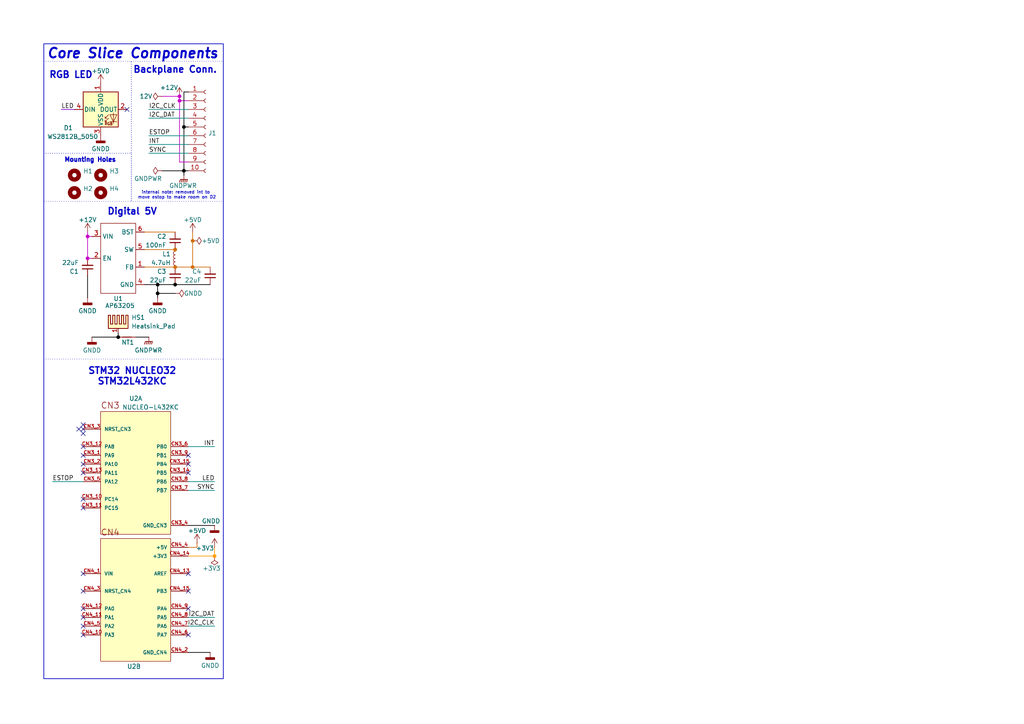
<source format=kicad_sch>
(kicad_sch (version 20250114) (generator "eeschema") (generator_version "9.0")
  (paper "A4")
  (lib_symbols
    (symbol "+12V_1" (power) (pin_numbers (hide yes)) (pin_names (offset 0) (hide yes))
      (property "Value" "+12V" (at 0 3.556 0))
      (symbol "+12V_1_0_1"
        (polyline (pts (xy -0.762 1.27) (xy 0 2.54)))
        (polyline (pts (xy 0 2.54) (xy 0.762 1.27)))
        (polyline (pts (xy 0 0) (xy 0 2.54)))
      )
      (symbol "+12V_1_1_1"
        (pin power_in line (at 0 0 90) (length 0) (name "~") (number "1"))
      )
    )
    (symbol "Connector:Conn_01x10_Female" (pin_names (offset 1.016) (hide yes))
      (property "Reference" "J" (at 0 12.7 0))
      (property "Value" "Conn_01x10_Female" (at 0 -15.24 0))
      (symbol "Conn_01x10_Female_1_1"
        (polyline (pts (xy -1.27 10.16) (xy -0.508 10.16)) (stroke (width 0.1524)))
        (polyline (pts (xy -1.27 7.62) (xy -0.508 7.62)) (stroke (width 0.1524)))
        (polyline (pts (xy -1.27 5.08) (xy -0.508 5.08)) (stroke (width 0.1524)))
        (polyline (pts (xy -1.27 2.54) (xy -0.508 2.54)) (stroke (width 0.1524)))
        (polyline (pts (xy -1.27 0) (xy -0.508 0)) (stroke (width 0.1524)))
        (polyline (pts (xy -1.27 -2.54) (xy -0.508 -2.54)) (stroke (width 0.1524)))
        (polyline (pts (xy -1.27 -5.08) (xy -0.508 -5.08)) (stroke (width 0.1524)))
        (polyline (pts (xy -1.27 -7.62) (xy -0.508 -7.62)) (stroke (width 0.1524)))
        (polyline (pts (xy -1.27 -10.16) (xy -0.508 -10.16)) (stroke (width 0.1524)))
        (polyline (pts (xy -1.27 -12.7) (xy -0.508 -12.7)) (stroke (width 0.1524)))
        (arc (start 0 9.652) (mid -0.5058 10.16) (end 0 10.668) (stroke (width 0.1524)))
        (arc (start 0 7.112) (mid -0.5058 7.62) (end 0 8.128) (stroke (width 0.1524)))
        (arc (start 0 4.572) (mid -0.5058 5.08) (end 0 5.588) (stroke (width 0.1524)))
        (arc (start 0 2.032) (mid -0.5058 2.54) (end 0 3.048) (stroke (width 0.1524)))
        (arc (start 0 -0.508) (mid -0.5058 0) (end 0 0.508) (stroke (width 0.1524)))
        (arc (start 0 -3.048) (mid -0.5058 -2.54) (end 0 -2.032) (stroke (width 0.1524)))
        (arc (start 0 -5.588) (mid -0.5058 -5.08) (end 0 -4.572) (stroke (width 0.1524)))
        (arc (start 0 -8.128) (mid -0.5058 -7.62) (end 0 -7.112) (stroke (width 0.1524)))
        (arc (start 0 -10.668) (mid -0.5058 -10.16) (end 0 -9.652) (stroke (width 0.1524)))
        (arc (start 0 -13.208) (mid -0.5058 -12.7) (end 0 -12.192) (stroke (width 0.1524)))
        (pin passive line (at -5.08 10.16 0) (length 3.81) (name "Pin_1") (number "1"))
        (pin passive line (at -5.08 7.62 0) (length 3.81) (name "Pin_2") (number "2"))
        (pin passive line (at -5.08 5.08 0) (length 3.81) (name "Pin_3") (number "3"))
        (pin passive line (at -5.08 2.54 0) (length 3.81) (name "Pin_4") (number "4"))
        (pin passive line (at -5.08 0 0) (length 3.81) (name "Pin_5") (number "5"))
        (pin passive line (at -5.08 -2.54 0) (length 3.81) (name "Pin_6") (number "6"))
        (pin passive line (at -5.08 -5.08 0) (length 3.81) (name "Pin_7") (number "7"))
        (pin passive line (at -5.08 -7.62 0) (length 3.81) (name "Pin_8") (number "8"))
        (pin passive line (at -5.08 -10.16 0) (length 3.81) (name "Pin_9") (number "9"))
        (pin passive line (at -5.08 -12.7 0) (length 3.81) (name "Pin_10") (number "10"))
      )
    )
    (symbol "Device:C_Small" (pin_numbers (hide yes)) (pin_names (offset 0.254) (hide yes))
      (property "Reference" "C" (at 0.254 1.778 0))
      (property "Value" "C_Small" (at 0.254 -2.032 0))
      (symbol "C_Small_0_1"
        (polyline (pts (xy -1.524 0.508) (xy 1.524 0.508)) (stroke (width 0.3048)))
        (polyline (pts (xy -1.524 -0.508) (xy 1.524 -0.508)) (stroke (width 0.3302)))
      )
      (symbol "C_Small_1_1"
        (pin passive line (at 0 2.54 270) (length 2.032) (name "~") (number "1"))
        (pin passive line (at 0 -2.54 90) (length 2.032) (name "~") (number "2"))
      )
    )
    (symbol "Device:L_Small" (pin_numbers (hide yes)) (pin_names (offset 0.254) (hide yes))
      (property "Reference" "L" (at 0.762 1.016 0))
      (property "Value" "L_Small" (at 0.762 -1.016 0))
      (symbol "L_Small_0_1"
        (arc (start 0 2.032) (mid 0.5058 1.524) (end 0 1.016))
        (arc (start 0 1.016) (mid 0.5058 0.508) (end 0 0))
        (arc (start 0 0) (mid 0.5058 -0.508) (end 0 -1.016))
        (arc (start 0 -1.016) (mid 0.5058 -1.524) (end 0 -2.032))
      )
      (symbol "L_Small_1_1"
        (pin passive line (at 0 2.54 270) (length 0.508) (name "~") (number "1"))
        (pin passive line (at 0 -2.54 90) (length 0.508) (name "~") (number "2"))
      )
    )
    (symbol "Device:NetTie_2" (pin_numbers (hide yes)) (pin_names (offset 0) (hide yes)) (in_bom no)
      (property "Reference" "NT" (at 0 1.27 0))
      (property "Value" "NetTie_2" (at 0 -1.27 0))
      (symbol "NetTie_2_0_1"
        (polyline (pts (xy -1.27 0) (xy 1.27 0)) (stroke (width 0.254)))
      )
      (symbol "NetTie_2_1_1"
        (pin passive line (at -2.54 0 0) (length 2.54) (name "1") (number "1"))
        (pin passive line (at 2.54 0 180) (length 2.54) (name "2") (number "2"))
      )
    )
    (symbol "Mechanical:Heatsink_Pad" (pin_names (offset 0))
      (property "Reference" "HS" (at 0 5.715 0))
      (property "Value" "Heatsink_Pad" (at 0 3.81 0))
      (symbol "Heatsink_Pad_0_1"
        (polyline (pts (xy -0.3302 0) (xy -0.9652 0) (xy -0.9652 2.54) (xy -1.6002 2.54) (xy -1.6002 0) (xy -2.2352 0) (xy -2.2352 2.54) (xy -2.8702 2.54) (xy -2.8702 -1.27) (xy -0.9652 -1.27)) (stroke (width 0.254)) (fill (type background)))
        (polyline (pts (xy -0.3302 0) (xy -0.3302 2.54) (xy 0.3048 2.54) (xy 0.3048 0) (xy 0.9398 0) (xy 0.9398 2.54) (xy 1.5748 2.54) (xy 1.5748 0) (xy 2.2098 0) (xy 2.2098 2.54) (xy 2.8448 2.54) (xy 2.8448 -1.27) (xy -0.9652 -1.27)) (stroke (width 0.254)) (fill (type background)))
      )
      (symbol "Heatsink_Pad_1_1"
        (pin passive line (at 0 -2.54 90) (length 1.27) (name "~") (number "1"))
      )
    )
    (symbol "Mechanical:MountingHole" (pin_names (offset 1.016))
      (property "Reference" "H" (at 0 5.08 0))
      (property "Value" "MountingHole" (at 0 3.175 0))
      (symbol "MountingHole_0_1"
        (circle (center 0 0) (radius 1.27) (stroke (width 1.27)))
      )
    )
    (symbol "SparkFun-DiscreteSemi:AP63205"
      (property "Reference" "U" (at 0 7.62 0))
      (symbol "AP63205_0_1"
        (rectangle (start -5.08 6.35) (end 5.08 -13.97))
      )
      (symbol "AP63205_1_1"
        (pin input line (at -7.62 2.54 0) (length 2.54) (name "VIN") (number "3"))
        (pin input line (at -7.62 -3.81 0) (length 2.54) (name "EN") (number "2"))
        (pin input line (at 7.62 3.81 180) (length 2.54) (name "BST") (number "6"))
        (pin input line (at 7.62 -1.27 180) (length 2.54) (name "SW") (number "5"))
        (pin input line (at 7.62 -6.35 180) (length 2.54) (name "FB") (number "1"))
        (pin input line (at 7.62 -11.43 180) (length 2.54) (name "GND") (number "4"))
      )
    )
    (symbol "WS2812B_5050_1" (pin_names (offset 0.254))
      (property "Reference" "D" (at 5.08 5.715 0))
      (property "Value" "WS2812B_5050" (at 1.27 -5.715 0))
      (symbol "WS2812B_5050_1_0_0"
        (text "RGB" (at 2.286 -4.191 0) (effects (font (size 0.762 0.762))))
      )
      (symbol "WS2812B_5050_1_0_1"
        (polyline (pts (xy 1.27 -2.54) (xy 1.778 -2.54)))
        (polyline (pts (xy 1.27 -3.556) (xy 1.778 -3.556)))
        (polyline (pts (xy 2.286 -1.524) (xy 1.27 -2.54) (xy 1.27 -2.032)))
        (polyline (pts (xy 2.286 -2.54) (xy 1.27 -3.556) (xy 1.27 -3.048)))
        (polyline (pts (xy 3.683 -1.016) (xy 3.683 -3.556) (xy 3.683 -4.064)))
        (polyline (pts (xy 4.699 -1.524) (xy 2.667 -1.524) (xy 3.683 -3.556) (xy 4.699 -1.524)))
        (polyline (pts (xy 4.699 -3.556) (xy 2.667 -3.556)))
        (rectangle (start 5.08 5.08) (end -5.08 -5.08) (stroke (width 0.254)) (fill (type background)))
      )
      (symbol "WS2812B_5050_1_1_1"
        (pin input line (at -7.62 0 0) (length 2.54) (name "DIN") (number "4"))
        (pin power_in line (at 0 7.62 270) (length 2.54) (name "VDD") (number "1"))
        (pin power_in line (at 0 -7.62 90) (length 2.54) (name "VSS") (number "3"))
        (pin output line (at 7.62 0 180) (length 2.54) (name "DOUT") (number "2"))
      )
    )
    (symbol "kml-custom:NUCLEO-L432KC" (pin_names (offset 1.016))
      (property "Reference" "U" (at -10.16 21.082 0))
      (property "Value" "NUCLEO-L432KC" (at -10.16 -20.32 0))
      (symbol "NUCLEO-L432KC_1_0"
        (rectangle (start -10.16 -17.78) (end 10.16 17.78) (stroke (width 0.1524)) (fill (type background)))
        (text "CN3" (at -10.16 18.542 0) (effects (font (size 1.778 1.778)) (justify left bottom)))
        (pin bidirectional line (at -15.24 12.7 0) (length 5.08) (name "NRST_CN3") (number "CN3_3"))
        (pin bidirectional line (at -15.24 7.62 0) (length 5.08) (name "PA8") (number "CN3_12"))
        (pin bidirectional line (at -15.24 5.08 0) (length 5.08) (name "PA9") (number "CN3_1"))
        (pin bidirectional line (at -15.24 2.54 0) (length 5.08) (name "PA10") (number "CN3_2"))
        (pin bidirectional line (at -15.24 0 0) (length 5.08) (name "PA11") (number "CN3_13"))
        (pin bidirectional line (at -15.24 -2.54 0) (length 5.08) (name "PA12") (number "CN3_5"))
        (pin bidirectional line (at -15.24 -7.62 0) (length 5.08) (name "PC14") (number "CN3_10"))
        (pin bidirectional line (at -15.24 -10.16 0) (length 5.08) (name "PC15") (number "CN3_11"))
        (pin bidirectional line (at 15.24 7.62 180) (length 5.08) (name "PB0") (number "CN3_6"))
        (pin bidirectional line (at 15.24 5.08 180) (length 5.08) (name "PB1") (number "CN3_9"))
        (pin bidirectional line (at 15.24 2.54 180) (length 5.08) (name "PB4") (number "CN3_15"))
        (pin bidirectional line (at 15.24 0 180) (length 5.08) (name "PB5") (number "CN3_14"))
        (pin bidirectional line (at 15.24 -2.54 180) (length 5.08) (name "PB6") (number "CN3_8"))
        (pin bidirectional line (at 15.24 -5.08 180) (length 5.08) (name "PB7") (number "CN3_7"))
        (pin power_in line (at 15.24 -15.24 180) (length 5.08) (name "GND_CN3") (number "CN3_4"))
      )
      (symbol "NUCLEO-L432KC_2_0"
        (rectangle (start -10.16 -17.78) (end 10.16 17.78) (stroke (width 0.1524)) (fill (type background)))
        (text "CN4" (at -10.16 18.542 0) (effects (font (size 1.778 1.778)) (justify left bottom)))
        (pin input line (at -15.24 7.62 0) (length 5.08) (name "VIN") (number "CN4_1"))
        (pin bidirectional line (at -15.24 2.54 0) (length 5.08) (name "NRST_CN4") (number "CN4_3"))
        (pin bidirectional line (at -15.24 -2.54 0) (length 5.08) (name "PA0") (number "CN4_12"))
        (pin bidirectional line (at -15.24 -5.08 0) (length 5.08) (name "PA1") (number "CN4_11"))
        (pin bidirectional line (at -15.24 -7.62 0) (length 5.08) (name "PA2") (number "CN4_5"))
        (pin bidirectional line (at -15.24 -10.16 0) (length 5.08) (name "PA3") (number "CN4_10"))
        (pin power_in line (at 15.24 15.24 180) (length 5.08) (name "+5V") (number "CN4_4"))
        (pin power_in line (at 15.24 12.7 180) (length 5.08) (name "+3V3") (number "CN4_14"))
        (pin bidirectional line (at 15.24 7.62 180) (length 5.08) (name "AREF") (number "CN4_13"))
        (pin bidirectional line (at 15.24 2.54 180) (length 5.08) (name "PB3") (number "CN4_15"))
        (pin bidirectional line (at 15.24 -2.54 180) (length 5.08) (name "PA4") (number "CN4_9"))
        (pin bidirectional line (at 15.24 -5.08 180) (length 5.08) (name "PA5") (number "CN4_8"))
        (pin bidirectional line (at 15.24 -7.62 180) (length 5.08) (name "PA6") (number "CN4_7"))
        (pin bidirectional line (at 15.24 -10.16 180) (length 5.08) (name "PA7") (number "CN4_6"))
        (pin power_in line (at 15.24 -15.24 180) (length 5.08) (name "GND_CN4") (number "CN4_2"))
      )
    )
    (symbol "power:+12V" (power) (pin_names (offset 0))
      (property "Value" "+12V" (at 0 3.556 0))
      (symbol "+12V_0_1"
        (polyline (pts (xy -0.762 1.27) (xy 0 2.54)))
        (polyline (pts (xy 0 2.54) (xy 0.762 1.27)))
        (polyline (pts (xy 0 0) (xy 0 2.54)))
      )
      (symbol "+12V_1_1"
        (pin power_in line (at 0 0 90) (length 0) (hide yes) (name "+12V") (number "1"))
      )
    )
    (symbol "power:+3V3" (power) (pin_numbers (hide yes)) (pin_names (offset 0) (hide yes))
      (property "Value" "+3V3" (at 0 3.556 0))
      (symbol "+3V3_0_1"
        (polyline (pts (xy -0.762 1.27) (xy 0 2.54)))
        (polyline (pts (xy 0 2.54) (xy 0.762 1.27)))
        (polyline (pts (xy 0 0) (xy 0 2.54)))
      )
      (symbol "+3V3_1_1"
        (pin power_in line (at 0 0 90) (length 0) (name "~") (number "1"))
      )
    )
    (symbol "power:+5VD" (power) (pin_numbers (hide yes)) (pin_names (offset 0) (hide yes))
      (property "Value" "+5VD" (at 0 3.556 0))
      (symbol "+5VD_0_1"
        (polyline (pts (xy -0.762 1.27) (xy 0 2.54)))
        (polyline (pts (xy 0 2.54) (xy 0.762 1.27)))
        (polyline (pts (xy 0 0) (xy 0 2.54)))
      )
      (symbol "+5VD_1_1"
        (pin power_in line (at 0 0 90) (length 0) (name "~") (number "1"))
      )
    )
    (symbol "power:GNDD" (power) (pin_numbers (hide yes)) (pin_names (offset 0) (hide yes))
      (property "Value" "GNDD" (at 0 -3.175 0))
      (symbol "GNDD_0_1"
        (rectangle (start -1.27 -1.524) (end 1.27 -2.032) (stroke (width 0.254)) (fill (type outline)))
        (polyline (pts (xy 0 0) (xy 0 -1.524)))
      )
      (symbol "GNDD_1_1"
        (pin power_in line (at 0 0 270) (length 0) (name "~") (number "1"))
      )
    )
    (symbol "power:GNDPWR" (power) (pin_numbers (hide yes)) (pin_names (offset 0) (hide yes))
      (property "Value" "GNDPWR" (at 0 -3.302 0))
      (symbol "GNDPWR_0_1"
        (polyline (pts (xy -1.016 -1.27) (xy -1.27 -2.032) (xy -1.27 -2.032)) (stroke (width 0.2032)))
        (polyline (pts (xy -0.508 -1.27) (xy -0.762 -2.032) (xy -0.762 -2.032)) (stroke (width 0.2032)))
        (polyline (pts (xy 0 -1.27) (xy 0 0)))
        (polyline (pts (xy 0 -1.27) (xy -0.254 -2.032) (xy -0.254 -2.032)) (stroke (width 0.2032)))
        (polyline (pts (xy 0.508 -1.27) (xy 0.254 -2.032) (xy 0.254 -2.032)) (stroke (width 0.2032)))
        (polyline (pts (xy 1.016 -1.27) (xy -1.016 -1.27) (xy -1.016 -1.27)) (stroke (width 0.2032)))
        (polyline (pts (xy 1.016 -1.27) (xy 0.762 -2.032) (xy 0.762 -2.032) (xy 0.762 -2.032)) (stroke (width 0.2032)))
      )
      (symbol "GNDPWR_1_1"
        (pin power_in line (at 0 0 270) (length 0) (name "~") (number "1"))
      )
    )
    (symbol "power:PWR_FLAG" (power) (pin_numbers (hide yes)) (pin_names (offset 0) (hide yes))
      (property "Value" "PWR_FLAG" (at 0 3.81 0))
      (symbol "PWR_FLAG_0_0"
        (pin power_out line (at 0 0 90) (length 0) (name "~") (number "1"))
      )
      (symbol "PWR_FLAG_0_1"
        (polyline (pts (xy 0 0) (xy 0 1.27) (xy -1.016 1.905) (xy 0 2.54) (xy 1.016 1.905) (xy 0 1.27)))
      )
    )
  )
  (rectangle (start 38.1 17.78) (end 64.77 58.42) (stroke (width 0) (type dot)))
  (rectangle (start 12.7 104.14) (end 64.77 196.85) (stroke (width 0) (type dot)))
  (rectangle (start 12.7 44.45) (end 38.1 58.42) (stroke (width 0) (type dot)))
  (rectangle (start 12.7 17.78) (end 38.1 44.45) (stroke (width 0) (type dot)))
  (rectangle (start 12.7 12.7) (end 64.77 196.85) (stroke (width 0.2032)))
  (text "ON\n\n\n\nOFF\n\n\n\nON\n\n\n\n\nON\n\n\n\nON\n\n\n\nON\n\n\n\nOFF\n\n\n\n\n\n\nOFF" (at -164.846 84.836 0) (effects (font (size 1.905 1.905) (thickness 0.4826) (bold yes)) (justify right top)))
  (text "internal note: removed int to \nmove estop to make room on D2" (at 51.308 56.642 0) (effects (font (size 0.889 0.889))))
  (text "Backplane Conn." (at 50.8 20.32 0) (effects (font (size 1.905 1.905) (thickness 0.381) (bold yes))))
  (text "Color Scheme Legend:\n----------------------------------------------------------\ncolor		-	value		-	reference\n----------------------------------------------------------\n• Red		-	red3		-	Analog 5V Supply (e.g., for amps, ADC, references)\n• Brown		-	orange1		-	Analog Ground (sensor/amp/ADC ground)\n• Orange	-	orange3		-	Digital 5V Supply (MCU, digital circuits)\n• Black		-	black		-	Digital Ground (MCU ground)\n• Pink		-	magenta3	-	12V Source Supply (from 12V rail on backplane)\n• Blue		-	blue3		-	Clock Signals (oscillator, ADC CLKIN, SPI SCLK)\n• Green		-	green3		-	Analog Signals (amp outputs to ADC + inputs)\n• Yellow	-	yellow3		-	SPI Control (CS, SYNC/RESET, etc.)\n• Purple	-	#A020F0		-	Special/Reference/Control Signals\n• Grey		-	gray2		-	Miscellaneous/Unassigned\n• Teal		-	cyan2		-	Template/Backplane Connections\n----------------------------------------------------------" (at 10.16 -29.464 0) (effects (font (size 1.905 1.905)) (justify left)))
  (text "Core Slice Components" (at 13.462 17.272 0) (effects (font (size 2.794 2.794) (thickness 0.5588) (bold yes) (italic yes)) (justify left bottom)))
  (text "SB10 (VREF+)\n  - ON:  VREF+ on STM32 is connected to VDD.\n  - OFF: VREF+ on STM32 is not connected to VDD and it is provided by pin 13 of CN4.\n\nSB15 (LD3-LED)\n  - ON:  Green user LED LD3 is connected to D13 of ARDUINO® Nano signal.\n  - OFF: Green user LED LD3 is not connected.\n\nSB9 (NRST)\n  - ON:  The NRST signal of ST-LINK is connected to the NRST pin of the STM32.\n  - OFF: The NRST signal of ST-LINK is not connected to the NRST pin of the STM32,\n         when using external power (+3V3, +5 V) as power supply.\n\nSB11 (PB2/VSS)\n  - ON:  Pin 16 of STM32 (U2) is connected to VSS.\n  - OFF: Pin 16 of STM32 (U2) is not connected to VSS and is used as GPIO PB2 for STM32F031.\n\nSB13 (PB8/VSS)\n  - ON:  Pin 32 of STM32 (U2) is connected to VSS.\n  - OFF: Pin 32 of STM32 (U2) is not connected to VSS and is used as GPIO PB8 for STM32F031.\n\nSB12 (PB8/BOOT0)\n  - ON:  Pin 31 of STM32 (U2) is connected to GND via 10K pull-down and used as BOOT0.\n  - OFF: Pin 16 of STM32 (U2) is not connected and is GPIO PB8 for STM32F042.\n\nSB16\n  - ON:  STM32 PB6 is connected to CN4 pin 7 for I²C SCL support on ARDUINO® Nano A5.\n         In such case, STM32 PB6 does not support ARDUINO® Nano D5 and PA6 must be\n         configured as input floating.\n  - OFF: CN4 pin 7 is used as ARDUINO® Nano analog input A5 without I²C support and\n         CN3 pin 8 is available as ARDUINO® Nano D5.\n\nSB18\n  - ON:  STM32 PB7 is connected to CN4 pin 8 for I²C SDA support on ARDUINO® Nano A4.\n         In such case, STM32 PB7 does not support ARDUINO® Nano D4 and PA5 must be\n         configured as input floating.\n  - OFF: CN4 pin 8 is used as ARDUINO® Nano analog input A4 without I²C support and\n         CN3 pin 7 is available as ARDUINO® Nano D4.\n" (at -161.798 84.582 0) (effects (font (size 1.905 1.905)) (justify left top)))
  (text "Digital 5V" (at 38.354 61.468 0) (effects (font (size 1.905 1.905) (thickness 0.381) (bold yes))))
  (text "STM32 NUCLEO32\nSTM32L432KC" (at 38.354 109.22 0) (effects (font (size 1.905 1.905) (thickness 0.381) (bold yes))))
  (text "Pinout Details: STM32 Nucleo-32 L432KC\n-------------------------------------------------------------------------------------\nPin			| Function									| Notes\n-------------------------------------------------------------------------------------\nVIN			| External Supply Input						| 7-12V input via CN4 pin 1; powers onboard 3.3V regulator\nGND			| Ground									| Ground reference (multiple available)\nNRST		| Reset Input								| Active LOW; internally pulled-up; can reset MCU externally\n3.3V		| Regulated 3.3V Output						| Output from regulator; ~500 mA max\nA0 (PA0)	| Analog Input, Digital I/O					| ADC12_IN5\nA1 (PA1)	| Analog Input, Digital I/O					| ADC12_IN6\nA2 (PA3)	| Analog Input, Digital I/O					| ADC12_IN8\nA3 (PA4)	| Analog Input, Digital I/O					| ADC12_IN9\nA4 (PA5)	| Analog Input, I2C1_SDA, Digital I/O		| ADC12_IN10; shared with I2C\nA5 (PA6)	| Analog Input, I2C1_SCL, Digital I/O		| ADC12_IN11; shared with I2C\nA6 (PA7)	| Analog Input, Digital I/O					| ADC12_IN12\nA7 (PA2)	| Analog Input, Digital I/O					| ADC12_IN7; shared with VCP_TX if SB2 ON\nD13 (PB3)	| Digital I/O, SPI1_SCK						| Connected to green user LED (LD3)\nD12 (PB4)	| Digital I/O, SPI1_MISO					| -\nD11 (PB5)	| Digital I/O, SPI1_MOSI					| No PWM on D11\nD10 (PA11)	| Digital I/O, TIM1_CH4, SPI_CS				| SPI chip select via GPIO\nD9 (PA8)	| Digital I/O, TIM1_CH1						| -\nD8 (PC15)	| Digital I/O, OSC_OUT						| Shared with LSE oscillator\nD7 (PC14)	| Digital I/O, OSC_IN						| Shared with LSE oscillator\nD6 (PB1)	| Digital I/O, TIM1_CH3N					| PWM (inverted)\nD5 (PB6)	| Digital I/O, TIM16_CH1N					| PWM (inverted); shared with I2C SCL if SB16 ON\nD4 (PB7)	| Digital I/O								| Shared with I2C SDA if SB18 ON\nD3 (PB0)	| Digital I/O, TIM1_CH2N					| PWM (inverted)\nD2 (PA12)	| Digital I/O								| -\nD1 (PA9)	| USART1 TX									| Connected to ST-LINK VCP_TX (shared)\nD0 (PA10)	| USART1 RX									| Connected to ST-LINK VCP_RX\nAREF		| Analog Reference							| Tied to AVDD internally\n+5V			| 5V Power (in/out)							| From USB (output) or external (input) via CN4 pin 4\nGND			| Ground									| Additional ground pin\n-------------------------------------------------------------------------------------" (at -0.508 261.112 0) (effects (font (size 1.651 1.651)) (justify left)))
  (text "RGB LED" (at 20.574 21.844 0) (effects (font (size 1.905 1.905) (thickness 0.381) (bold yes))))
  (text "Mounting Holes" (at 26.162 46.482 0) (effects (font (size 1.27 1.27) (thickness 0.3302) (bold yes))))
  (junction (at 53.34 36.83) (color 0 0 0 1))
  (junction (at 55.88 69.85) (color 204 102 0 1))
  (junction (at 25.4 74.93) (color 194 0 194 1))
  (junction (at 34.29 97.79) (color 0 0 0 1))
  (junction (at 55.88 77.47) (color 204 102 0 1))
  (junction (at 50.8 72.39) (color 204 102 0 1))
  (junction (at 53.34 49.53) (color 0 0 0 1))
  (junction (at 45.72 85.09) (color 0 0 0 1))
  (junction (at 52.07 27.94) (color 194 0 194 1))
  (junction (at 25.4 68.58) (color 194 0 194 1))
  (junction (at 50.8 77.47) (color 204 102 0 1))
  (junction (at 52.07 29.21) (color 194 0 194 1))
  (junction (at 45.72 82.55) (color 0 0 0 1))
  (junction (at 62.23 161.29) (color 255 153 0 1))
  (junction (at 50.8 82.55) (color 0 0 0 1))
  (no_connect (at 24.13 181.61))
  (no_connect (at 24.13 137.16))
  (no_connect (at 54.61 184.15))
  (no_connect (at 22.86 124.46))
  (no_connect (at 24.13 129.54))
  (no_connect (at 24.13 144.78))
  (no_connect (at 54.61 166.37))
  (no_connect (at 24.13 166.37))
  (no_connect (at 54.61 176.53))
  (no_connect (at 54.61 137.16))
  (no_connect (at 24.13 134.62))
  (no_connect (at 36.83 31.75))
  (no_connect (at 24.13 184.15))
  (no_connect (at 24.13 132.08))
  (no_connect (at 24.13 123.19))
  (no_connect (at 24.13 124.46))
  (no_connect (at 24.13 147.32))
  (no_connect (at 24.13 179.07))
  (no_connect (at 54.61 134.62))
  (no_connect (at 54.61 132.08))
  (no_connect (at 24.13 176.53))
  (no_connect (at 24.13 125.73))
  (no_connect (at 54.61 171.45))
  (no_connect (at 24.13 171.45))
  (wire (pts (xy 15.24 139.7) (xy 24.13 139.7)) (stroke (width 0.2032) (color 0 132 132 1)))
  (wire (pts (xy 55.88 69.85) (xy 55.88 77.47)) (stroke (width 0.2032) (color 204 102 0 1)))
  (wire (pts (xy 62.23 158.75) (xy 62.23 161.29)) (stroke (width 0.2032) (color 255 153 0 1)))
  (wire (pts (xy 41.91 67.31) (xy 50.8 67.31)) (stroke (width 0.2032) (color 204 102 0 1)))
  (wire (pts (xy 54.61 39.37) (xy 43.18 39.37)) (stroke (width 0.2032) (color 0 132 132 1)))
  (wire (pts (xy 53.34 36.83) (xy 53.34 26.67)) (stroke (width 0.2032) (color 0 0 0 1)))
  (wire (pts (xy 53.34 26.67) (xy 54.61 26.67)) (stroke (width 0.2032) (color 0 0 0 1)))
  (wire (pts (xy 54.61 36.83) (xy 53.34 36.83)) (stroke (width 0.2032) (color 0 0 0 1)))
  (wire (pts (xy 54.61 181.61) (xy 62.23 181.61)) (stroke (width 0.2032) (color 0 132 132 1)))
  (wire (pts (xy 60.96 77.47) (xy 55.88 77.47)) (stroke (width 0.2032) (color 204 102 0 1)))
  (wire (pts (xy 62.23 152.4) (xy 54.61 152.4)) (stroke (width 0.2032) (color 0 0 0 1)))
  (wire (pts (xy 34.29 96.52) (xy 34.29 97.79)) (stroke (width 0.2032) (color 0 0 0 1)))
  (wire (pts (xy 41.91 82.55) (xy 45.72 82.55)) (stroke (width 0.2032) (color 0 0 0 1)))
  (wire (pts (xy 26.67 97.79) (xy 34.29 97.79)) (stroke (width 0.2032) (color 0 0 0 1)))
  (wire (pts (xy 43.18 97.79) (xy 39.37 97.79)) (stroke (width 0.2032) (color 0 0 0 1)))
  (wire (pts (xy 43.18 31.75) (xy 54.61 31.75)) (stroke (width 0.2032) (color 0 132 132 1)))
  (wire (pts (xy 52.07 29.21) (xy 54.61 29.21)) (stroke (width 0.2032) (color 194 0 194 1)))
  (wire (pts (xy 50.8 82.55) (xy 60.96 82.55)) (stroke (width 0.2032) (color 0 0 0 1)))
  (wire (pts (xy 53.34 50.8) (xy 53.34 49.53)) (stroke (width 0.2032) (color 0 0 0 1)))
  (wire (pts (xy 45.72 82.55) (xy 50.8 82.55)) (stroke (width 0.2032) (color 0 0 0 1)))
  (wire (pts (xy 46.99 27.94) (xy 52.07 27.94)) (stroke (width 0.2032) (color 194 0 194 1)))
  (wire (pts (xy 43.18 34.29) (xy 54.61 34.29)) (stroke (width 0.2032) (color 0 132 132 1)))
  (wire (pts (xy 25.4 74.93) (xy 25.4 68.58)) (stroke (width 0.2032) (color 194 0 194 1)))
  (wire (pts (xy 53.34 49.53) (xy 53.34 36.83)) (stroke (width 0.2032) (color 0 0 0 1)))
  (wire (pts (xy 62.23 142.24) (xy 54.61 142.24)) (stroke (width 0.2032) (color 0 132 132 1)))
  (wire (pts (xy 55.88 67.31) (xy 55.88 69.85)) (stroke (width 0.2032) (color 204 102 0 1)))
  (wire (pts (xy 43.18 41.91) (xy 54.61 41.91)) (stroke (width 0.2032) (color 0 132 132 1)))
  (wire (pts (xy 52.07 46.99) (xy 52.07 29.21)) (stroke (width 0.2032) (color 194 0 194 1)))
  (wire (pts (xy 62.23 129.54) (xy 54.61 129.54)) (stroke (width 0.2032) (color 0 132 132 1)))
  (wire (pts (xy 43.18 44.45) (xy 54.61 44.45)) (stroke (width 0.2032) (color 0 132 132 1)))
  (wire (pts (xy 60.96 189.23) (xy 54.61 189.23)) (stroke (width 0.2032) (color 0 0 0 1)))
  (wire (pts (xy 41.91 77.47) (xy 50.8 77.47)) (stroke (width 0.2032) (color 204 102 0 1)))
  (wire (pts (xy 54.61 49.53) (xy 53.34 49.53)) (stroke (width 0.2032) (color 0 0 0 1)))
  (wire (pts (xy 62.23 179.07) (xy 54.61 179.07)) (stroke (width 0.2032) (color 0 132 132 1)))
  (wire (pts (xy 25.4 80.01) (xy 25.4 86.36)) (stroke (width 0.2032) (color 0 0 0 1)))
  (wire (pts (xy 62.23 139.7) (xy 54.61 139.7)) (stroke (width 0.2032) (color 0 132 132 1)))
  (wire (pts (xy 50.8 77.47) (xy 55.88 77.47)) (stroke (width 0.2032) (color 204 102 0 1)))
  (wire (pts (xy 50.8 85.09) (xy 45.72 85.09)) (stroke (width 0.2032) (color 0 0 0 1)))
  (wire (pts (xy 45.72 82.55) (xy 45.72 85.09)) (stroke (width 0.2032) (color 0 0 0 1)))
  (wire (pts (xy 25.4 67.31) (xy 25.4 68.58)) (stroke (width 0.2032) (color 194 0 194 1)))
  (wire (pts (xy 54.61 158.75) (xy 57.15 158.75)) (stroke (width 0.2032) (color 204 102 0 1)))
  (wire (pts (xy 54.61 161.29) (xy 62.23 161.29)) (stroke (width 0.2032) (color 255 153 0 1)))
  (wire (pts (xy 54.61 46.99) (xy 52.07 46.99)) (stroke (width 0.2032) (color 194 0 194 1)))
  (wire (pts (xy 45.72 85.09) (xy 45.72 86.36)) (stroke (width 0.2032) (color 0 0 0 1)))
  (wire (pts (xy 41.91 72.39) (xy 50.8 72.39)) (stroke (width 0.2032) (color 204 102 0 1)))
  (wire (pts (xy 52.07 27.94) (xy 52.07 29.21)) (stroke (width 0.2032) (color 194 0 194 1)))
  (wire (pts (xy 25.4 68.58) (xy 26.67 68.58)) (stroke (width 0.2032) (color 194 0 194 1)))
  (wire (pts (xy 17.78 31.75) (xy 21.59 31.75)) (stroke (width 0.2032) (color 119 0 211 1)))
  (wire (pts (xy 57.15 158.75) (xy 57.15 157.48)) (stroke (width 0.2032) (color 204 102 0 1)))
  (wire (pts (xy 46.99 49.53) (xy 53.34 49.53)) (stroke (width 0.2032) (color 0 0 0 1)))
  (wire (pts (xy 25.4 74.93) (xy 26.67 74.93)) (stroke (width 0.2032) (color 194 0 194 1)))
  (label "I2C_DAT" (at 62.23 179.07 180))
  (label "SYNC" (at 62.23 142.24 180))
  (label "INT" (at 43.18 41.91 0))
  (label "LED" (at 62.23 139.7 180))
  (label "LED" (at 17.78 31.75 0))
  (label "I2C_CLK" (at 43.18 31.75 0))
  (label "I2C_DAT" (at 43.18 34.29 0))
  (label "I2C_CLK" (at 62.23 181.61 180))
  (label "INT" (at 62.23 129.54 180))
  (label "ESTOP" (at 43.18 39.37 0))
  (label "ESTOP" (at 15.24 139.7 0))
  (label "SYNC" (at 43.18 44.45 0))
  (symbol (lib_id "Mechanical:MountingHole") (at 21.59 50.8 0) (unit 1)
    (property "Reference" "H1" (at 24.13 49.6316 0) (effects (justify left)))
    (property "Value" "MountingHole" (effects (hide yes)))
    (property "Footprint" "MountingHole:MountingHole_5mm" (effects (hide yes)))
  )
  (symbol (lib_id "Mechanical:MountingHole") (at 21.59 55.88 0) (unit 1)
    (property "Reference" "H2" (at 24.13 54.7116 0) (effects (justify left)))
    (property "Value" "MountingHole" (effects (hide yes)))
    (property "Footprint" "MountingHole:MountingHole_5mm" (effects (hide yes)))
  )
  (symbol (lib_id "Mechanical:MountingHole") (at 29.21 50.8 0) (unit 1)
    (property "Reference" "H3" (at 31.75 49.6316 0) (effects (justify left)))
    (property "Value" "MountingHole" (effects (hide yes)))
    (property "Footprint" "MountingHole:MountingHole_5mm" (effects (hide yes)))
  )
  (symbol (lib_id "Mechanical:MountingHole") (at 29.21 55.88 0) (unit 1)
    (property "Reference" "H4" (at 31.75 54.7116 0) (effects (justify left)))
    (property "Value" "MountingHole" (effects (hide yes)))
    (property "Footprint" "MountingHole:MountingHole_5mm" (effects (hide yes)))
  )
  (symbol (lib_id "Connector:Conn_01x10_Female") (at 59.69 36.83 0) (unit 1)
    (property "Reference" "J1" (at 60.4012 38.608 0) (effects (justify left)))
    (property "Value" "Conn_01x10_Female" (effects (hide yes)))
    (property "Footprint" "Connector_PinSocket_2.54mm:PinSocket_1x10_P2.54mm_Horizontal" (effects (hide yes)))
  )
  (symbol (lib_id "power:PWR_FLAG") (at 62.23 161.29 180) (unit 1)
    (property "Reference" "#FLG05" (effects (hide yes)))
    (property "Value" "+3V3" (at 64.008 164.846 0) (effects (justify left)))
    (property "Description" "Special symbol for telling ERC where power comes from" (effects (hide yes)))
  )
  (symbol (lib_id "Mechanical:Heatsink_Pad") (at 34.29 93.98 0) (unit 1)
    (property "Reference" "HS1" (at 38.1 92.0749 0) (effects (justify left)))
    (property "Value" "Heatsink_Pad" (at 38.1 94.6149 0) (effects (justify left)))
    (property "Footprint" "kml-custom:Thermal Pad" (effects (hide yes)))
    (property "Description" "Heatsink with electrical connection, 1 pin" (effects (hide yes)))
  )
  (symbol (lib_id "power:GNDD") (at 45.72 86.36 0) (unit 1)
    (property "Reference" "#PWR07" (effects (hide yes)))
    (property "Value" "GNDD" (at 45.72 90.17 0))
    (property "Description" "Power symbol creates a global label with name \"GNDD\" , digital ground" (effects (hide yes)))
  )
  (symbol (lib_id "power:PWR_FLAG") (at 46.99 49.53 90) (unit 1)
    (property "Reference" "#FLG02" (effects (hide yes)))
    (property "Value" "GNDPWR" (at 46.99 51.816 90) (effects (justify left)))
    (property "Description" "Special symbol for telling ERC where power comes from" (effects (hide yes)))
  )
  (symbol (lib_id "Device:C_Small") (at 50.8 69.85 0) (mirror x) (unit 1)
    (property "Reference" "C2" (at 48.26 68.5736 0) (effects (justify right)))
    (property "Value" "100nF" (at 48.26 71.1136 0) (effects (justify right)))
    (property "Footprint" "Capacitor_SMD:C_1206_3216Metric" (effects (hide yes)))
  )
  (symbol (lib_id "power:+12V") (at 25.4 67.31 0) (unit 1)
    (property "Reference" "#PWR01" (effects (hide yes)))
    (property "Value" "+12V" (at 25.4 63.754 0))
  )
  (symbol (lib_id "power:PWR_FLAG") (at 46.99 27.94 90) (unit 1)
    (property "Reference" "#FLG01" (effects (hide yes)))
    (property "Value" "12V" (at 44.196 27.94 90) (effects (justify left)))
    (property "Description" "Special symbol for telling ERC where power comes from" (effects (hide yes)))
  )
  (symbol (lib_id "power:+5VD") (at 29.21 24.13 0) (unit 1)
    (property "Reference" "#PWR04" (effects (hide yes)))
    (property "Value" "+5VD" (at 29.21 20.574 0))
    (property "Description" "Power symbol creates a global label with name \"+5VD\"" (effects (hide yes)))
  )
  (symbol (lib_id "Device:C_Small") (at 50.8 80.01 0) (mirror x) (unit 1)
    (property "Reference" "C3" (at 48.26 78.7336 0) (effects (justify right)))
    (property "Value" "22uF" (at 48.26 81.2736 0) (effects (justify right)))
    (property "Footprint" "Capacitor_SMD:C_1206_3216Metric" (effects (hide yes)))
  )
  (symbol (lib_id "power:GNDD") (at 26.67 97.79 0) (unit 1)
    (property "Reference" "#PWR06" (effects (hide yes)))
    (property "Value" "GNDD" (at 26.67 101.6 0))
    (property "Description" "Power symbol creates a global label with name \"GNDD\" , digital ground" (effects (hide yes)))
  )
  (symbol (lib_id "kml-custom:NUCLEO-L432KC") (at 39.37 137.16 0) (unit 1)
    (property "Reference" "U2" (at 39.37 115.57 0))
    (property "Value" "NUCLEO-L432KC" (at 43.688 118.11 0))
    (property "Footprint" "kml-custom:MODULE_NUCLEO-L432KC" (effects (hide yes)))
    (property "MF" "STMicroelectronics" (effects (hide yes)))
    (property "MAXIMUM_PACKAGE_HEIGHT" "N/A" (effects (hide yes)))
    (property "Package" "None" (effects (hide yes)))
    (property "Price" "None" (effects (hide yes)))
    (property "Check_prices" "https://www.snapeda.com/parts/NUCLEO-L432KC/STMicroelectronics/view-part/?ref=eda" (effects (hide yes)))
    (property "STANDARD" "Manufacturer Recommendations" (effects (hide yes)))
    (property "PARTREV" "N/A" (effects (hide yes)))
    (property "SnapEDA_Link" "https://www.snapeda.com/parts/NUCLEO-L432KC/STMicroelectronics/view-part/?ref=snap" (effects (hide yes)))
    (property "MP" "NUCLEO-L432KC" (effects (hide yes)))
    (property "Description_1" "STM32L432KC, mbed-Enabled Development Nucleo-32 STM32L4 ARM® Cortex®-M4 MCU 32-Bit Embedded Evaluation Board" (effects (hide yes)))
    (property "Availability" "In Stock" (effects (hide yes)))
    (property "MANUFACTURER" "ST Microelectronics" (effects (hide yes)))
  )
  (symbol (lib_id "SparkFun-DiscreteSemi:AP63205") (at 34.29 71.12 0) (unit 1)
    (property "Reference" "U1" (at 34.29 86.614 0))
    (property "Value" "AP63205" (at 34.798 88.646 0))
    (property "Footprint" "Package_TO_SOT_SMD:TSOT-23-6" (effects (hide yes)))
  )
  (symbol (lib_id "power:GNDPWR") (at 43.18 97.79 0) (unit 1)
    (property "Reference" "#PWR03" (effects (hide yes)))
    (property "Value" "GNDPWR" (at 43.053 101.6 0))
    (property "Description" "Power symbol creates a global label with name \"GNDPWR\" , global ground" (effects (hide yes)))
  )
  (symbol (lib_name "WS2812B_5050_1") (lib_id "SparkFun-LED:WS2812B_5050") (at 29.21 31.75 0) (unit 1)
    (property "Reference" "D1" (at 19.812 37.084 0))
    (property "Value" "WS2812B_5050" (at 21.082 39.624 0))
    (property "Footprint" "SparkFun-LED:WS2812-5050-4PIN" (effects (hide yes)))
    (property "Datasheet" "https://cdn.sparkfun.com/datasheets/BreakoutBoards/WS2812B.pdf" (effects (hide yes)))
    (property "Description" "RGB LED with integrated controller" (effects (hide yes)))
    (property "PROD_ID" "DIO-12503" (effects (hide yes)))
  )
  (symbol (lib_id "power:+5VD") (at 57.15 157.48 0) (unit 1)
    (property "Reference" "#PWR011" (effects (hide yes)))
    (property "Value" "+5VD" (at 57.15 153.924 0))
    (property "Description" "Power symbol creates a global label with name \"+5VD\"" (effects (hide yes)))
  )
  (symbol (lib_id "power:GNDD") (at 29.21 39.37 0) (unit 1)
    (property "Reference" "#PWR05" (effects (hide yes)))
    (property "Value" "GNDD" (at 29.21 43.18 0))
    (property "Description" "Power symbol creates a global label with name \"GNDD\" , digital ground" (effects (hide yes)))
  )
  (symbol (lib_name "+12V_1") (lib_id "power:+12V") (at 52.07 27.94 0) (unit 1)
    (property "Reference" "#PWR08" (effects (hide yes)))
    (property "Value" "+12V" (at 49.022 25.4 0))
    (property "Description" "Power symbol creates a global label with name \"+12V\"" (effects (hide yes)))
  )
  (symbol (lib_id "power:+5VD") (at 55.88 67.31 0) (unit 1)
    (property "Reference" "#PWR010" (effects (hide yes)))
    (property "Value" "+5VD" (at 55.88 63.754 0))
    (property "Description" "Power symbol creates a global label with name \"+5VD\"" (effects (hide yes)))
  )
  (symbol (lib_id "power:GNDD") (at 25.4 86.36 0) (unit 1)
    (property "Reference" "#PWR02" (effects (hide yes)))
    (property "Value" "GNDD" (at 25.4 90.17 0))
    (property "Description" "Power symbol creates a global label with name \"GNDD\" , digital ground" (effects (hide yes)))
  )
  (symbol (lib_id "power:+3V3") (at 62.23 158.75 0) (unit 1)
    (property "Reference" "#PWR014" (effects (hide yes)))
    (property "Value" "+3V3" (at 59.436 159.004 0))
    (property "Description" "Power symbol creates a global label with name \"+3V3\"" (effects (hide yes)))
  )
  (symbol (lib_id "power:PWR_FLAG") (at 55.88 69.85 270) (unit 1)
    (property "Reference" "#FLG04" (effects (hide yes)))
    (property "Value" "+5VD" (at 58.42 69.85 90) (effects (justify left)))
    (property "Description" "Special symbol for telling ERC where power comes from" (effects (hide yes)))
  )
  (symbol (lib_id "Device:L_Small") (at 50.8 74.93 0) (mirror y) (unit 1)
    (property "Reference" "L1" (at 49.53 73.66 0) (effects (justify left)))
    (property "Value" "4.7uH" (at 49.53 76.2 0) (effects (justify left)))
    (property "Footprint" "Inductor_SMD:L_1210_3225Metric" (effects (hide yes)))
  )
  (symbol (lib_id "power:GNDPWR") (at 53.34 50.8 0) (unit 1)
    (property "Reference" "#PWR09" (effects (hide yes)))
    (property "Value" "GNDPWR" (at 53.086 53.848 0))
    (property "Description" "Power symbol creates a global label with name \"GNDPWR\" , global ground" (effects (hide yes)))
  )
  (symbol (lib_id "Device:C_Small") (at 60.96 80.01 0) (mirror x) (unit 1)
    (property "Reference" "C4" (at 58.42 78.7336 0) (effects (justify right)))
    (property "Value" "22uF" (at 58.42 81.2736 0) (effects (justify right)))
    (property "Footprint" "Capacitor_SMD:C_1206_3216Metric" (effects (hide yes)))
  )
  (symbol (lib_id "power:GNDD") (at 62.23 152.4 0) (unit 1)
    (property "Reference" "#PWR013" (effects (hide yes)))
    (property "Value" "GNDD" (at 61.214 151.13 0))
    (property "Description" "Power symbol creates a global label with name \"GNDD\" , digital ground" (effects (hide yes)))
  )
  (symbol (lib_id "power:GNDD") (at 60.96 189.23 0) (unit 1)
    (property "Reference" "#PWR012" (effects (hide yes)))
    (property "Value" "GNDD" (at 60.96 193.04 0))
    (property "Description" "Power symbol creates a global label with name \"GNDD\" , digital ground" (effects (hide yes)))
  )
  (symbol (lib_id "kml-custom:NUCLEO-L432KC") (at 39.37 173.99 0) (unit 2)
    (property "Reference" "U2" (at 38.862 193.294 0))
    (property "Value" "NUCLEO-L432KC" (effects (hide yes)))
    (property "Footprint" "kml-custom:MODULE_NUCLEO-L432KC" (effects (hide yes)))
    (property "MF" "STMicroelectronics" (effects (hide yes)))
    (property "MAXIMUM_PACKAGE_HEIGHT" "N/A" (effects (hide yes)))
    (property "Package" "None" (effects (hide yes)))
    (property "Price" "None" (effects (hide yes)))
    (property "Check_prices" "https://www.snapeda.com/parts/NUCLEO-L432KC/STMicroelectronics/view-part/?ref=eda" (effects (hide yes)))
    (property "STANDARD" "Manufacturer Recommendations" (effects (hide yes)))
    (property "PARTREV" "N/A" (effects (hide yes)))
    (property "SnapEDA_Link" "https://www.snapeda.com/parts/NUCLEO-L432KC/STMicroelectronics/view-part/?ref=snap" (effects (hide yes)))
    (property "MP" "NUCLEO-L432KC" (effects (hide yes)))
    (property "Description_1" "STM32L432KC, mbed-Enabled Development Nucleo-32 STM32L4 ARM® Cortex®-M4 MCU 32-Bit Embedded Evaluation Board" (effects (hide yes)))
    (property "Availability" "In Stock" (effects (hide yes)))
    (property "MANUFACTURER" "ST Microelectronics" (effects (hide yes)))
  )
  (symbol (lib_id "power:PWR_FLAG") (at 50.8 85.09 270) (unit 1)
    (property "Reference" "#FLG03" (effects (hide yes)))
    (property "Value" "GNDD" (at 53.34 85.09 90) (effects (justify left)))
    (property "Description" "Special symbol for telling ERC where power comes from" (effects (hide yes)))
  )
  (symbol (lib_id "Device:C_Small") (at 25.4 77.47 180) (unit 1)
    (property "Reference" "C1" (at 22.86 78.7337 0) (effects (justify left)))
    (property "Value" "22uF" (at 22.86 76.1937 0) (effects (justify left)))
    (property "Footprint" "Capacitor_SMD:C_1206_3216Metric" (effects (hide yes)))
  )
  (symbol (lib_id "Device:NetTie_2") (at 36.83 97.79 0) (unit 1) (in_bom no)
    (property "Reference" "NT1" (at 37.084 99.314 0))
    (property "Value" "NetTie_2" (effects (hide yes)))
    (property "Footprint" "NetTie:NetTie-2_SMD_Pad2.0mm" (effects (hide yes)))
    (property "Description" "Net tie, 2 pins" (effects (hide yes)))
  )
)
</source>
